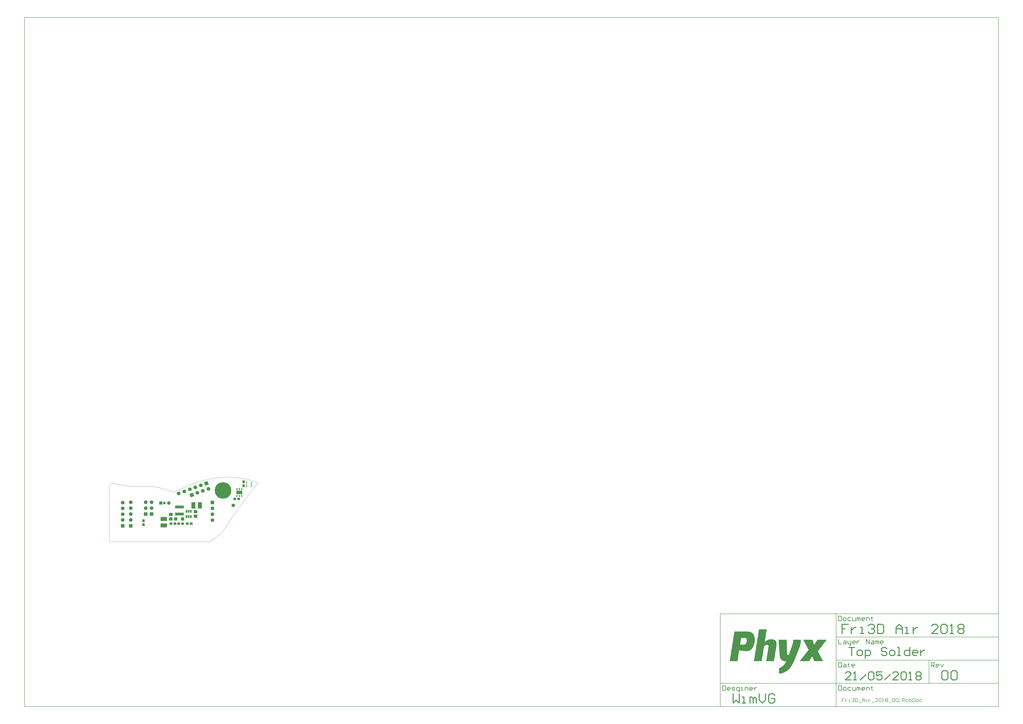
<source format=gts>
G04*
G04 #@! TF.GenerationSoftware,Altium Limited,Altium Designer,18.1.6 (161)*
G04*
G04 Layer_Color=8388736*
%FSLAX25Y25*%
%MOIN*%
G70*
G01*
G75*
%ADD10C,0.00984*%
%ADD11C,0.00787*%
%ADD13C,0.00394*%
%ADD14C,0.01575*%
%ADD32R,0.14961X0.04724*%
%ADD33R,0.04724X0.04331*%
%ADD34R,0.06299X0.05512*%
%ADD35R,0.06693X0.11024*%
%ADD36R,0.02756X0.04921*%
%ADD37R,0.04331X0.04724*%
%ADD38R,0.09843X0.06299*%
%ADD39R,0.01968X0.03150*%
%ADD40R,0.02362X0.01772*%
%ADD41R,0.05315X0.05197*%
%ADD42R,0.11024X0.06693*%
%ADD43R,0.04331X0.04331*%
G04:AMPARAMS|DCode=44|XSize=43.31mil|YSize=43.31mil|CornerRadius=11.81mil|HoleSize=0mil|Usage=FLASHONLY|Rotation=0.000|XOffset=0mil|YOffset=0mil|HoleType=Round|Shape=RoundedRectangle|*
%AMROUNDEDRECTD44*
21,1,0.04331,0.01968,0,0,0.0*
21,1,0.01968,0.04331,0,0,0.0*
1,1,0.02362,0.00984,-0.00984*
1,1,0.02362,-0.00984,-0.00984*
1,1,0.02362,-0.00984,0.00984*
1,1,0.02362,0.00984,0.00984*
%
%ADD44ROUNDEDRECTD44*%
G04:AMPARAMS|DCode=45|XSize=53.15mil|YSize=53.15mil|CornerRadius=14.27mil|HoleSize=0mil|Usage=FLASHONLY|Rotation=0.000|XOffset=0mil|YOffset=0mil|HoleType=Round|Shape=RoundedRectangle|*
%AMROUNDEDRECTD45*
21,1,0.05315,0.02461,0,0,0.0*
21,1,0.02461,0.05315,0,0,0.0*
1,1,0.02854,0.01230,-0.01230*
1,1,0.02854,-0.01230,-0.01230*
1,1,0.02854,-0.01230,0.01230*
1,1,0.02854,0.01230,0.01230*
%
%ADD45ROUNDEDRECTD45*%
%ADD46R,0.05315X0.05315*%
%ADD47C,0.06299*%
%ADD48R,0.06299X0.06299*%
%ADD49C,0.05906*%
%ADD50P,0.08908X4X65.0*%
%ADD51C,0.27953*%
G36*
X913926Y-152365D02*
X915644D01*
Y-152651D01*
X916503D01*
Y-152937D01*
X917362D01*
Y-153224D01*
X918221D01*
Y-153510D01*
X918793D01*
Y-153796D01*
X919080D01*
Y-154083D01*
X919652D01*
Y-154369D01*
X919939D01*
Y-154655D01*
X920511D01*
Y-154942D01*
X920798D01*
Y-155228D01*
X921084D01*
Y-155514D01*
X921370D01*
Y-155801D01*
X921657D01*
Y-156087D01*
X921943D01*
Y-156373D01*
X922229D01*
Y-156659D01*
Y-156946D01*
X922515D01*
Y-157232D01*
X922802D01*
Y-157518D01*
Y-157805D01*
X923088D01*
Y-158091D01*
X923374D01*
Y-158377D01*
Y-158664D01*
X923661D01*
Y-158950D01*
Y-159236D01*
Y-159523D01*
X923947D01*
Y-159809D01*
Y-160095D01*
Y-160382D01*
X924233D01*
Y-160668D01*
Y-160954D01*
Y-161240D01*
Y-161527D01*
X924520D01*
Y-161813D01*
Y-162100D01*
Y-162386D01*
Y-162672D01*
Y-162958D01*
X924806D01*
Y-163245D01*
Y-163531D01*
Y-163817D01*
Y-164104D01*
Y-164390D01*
Y-164676D01*
Y-164963D01*
Y-165249D01*
Y-165535D01*
Y-165822D01*
Y-166108D01*
Y-166394D01*
Y-166681D01*
Y-166967D01*
Y-167253D01*
Y-167539D01*
Y-167826D01*
Y-168112D01*
Y-168398D01*
Y-168685D01*
X924520D01*
Y-168971D01*
Y-169257D01*
Y-169544D01*
Y-169830D01*
Y-170116D01*
Y-170403D01*
Y-170689D01*
X924233D01*
Y-170975D01*
Y-171262D01*
Y-171548D01*
Y-171834D01*
Y-172120D01*
X923947D01*
Y-172407D01*
Y-172693D01*
Y-172979D01*
Y-173266D01*
Y-173552D01*
X923661D01*
Y-173838D01*
Y-174125D01*
Y-174411D01*
X923374D01*
Y-174697D01*
Y-174984D01*
Y-175270D01*
Y-175556D01*
X923088D01*
Y-175842D01*
Y-176129D01*
Y-176415D01*
X922802D01*
Y-176701D01*
Y-176988D01*
X922515D01*
Y-177274D01*
Y-177560D01*
Y-177847D01*
X922229D01*
Y-178133D01*
Y-178419D01*
X921943D01*
Y-178706D01*
Y-178992D01*
X921657D01*
Y-179278D01*
Y-179565D01*
X921370D01*
Y-179851D01*
X921084D01*
Y-180137D01*
Y-180423D01*
X920798D01*
Y-180710D01*
X920511D01*
Y-180996D01*
X920225D01*
Y-181282D01*
Y-181569D01*
X919939D01*
Y-181855D01*
X919652D01*
Y-182141D01*
X919366D01*
Y-182428D01*
X919080D01*
Y-182714D01*
X918793D01*
Y-183000D01*
X918221D01*
Y-183287D01*
X917934D01*
Y-183573D01*
X917362D01*
Y-183859D01*
X917076D01*
Y-184146D01*
X916503D01*
Y-184432D01*
X915644D01*
Y-184718D01*
X914785D01*
Y-185004D01*
X913926D01*
Y-185291D01*
X912208D01*
Y-185577D01*
X907055D01*
Y-185291D01*
X904478D01*
Y-185004D01*
X902474D01*
Y-184718D01*
X901042D01*
Y-184432D01*
X899610D01*
Y-184146D01*
X898179D01*
Y-184432D01*
Y-184718D01*
Y-185004D01*
Y-185291D01*
Y-185577D01*
Y-185863D01*
Y-186150D01*
X897892D01*
Y-186436D01*
Y-186722D01*
Y-187009D01*
Y-187295D01*
Y-187581D01*
Y-187868D01*
X897606D01*
Y-188154D01*
Y-188440D01*
Y-188727D01*
Y-189013D01*
Y-189299D01*
Y-189585D01*
X897320D01*
Y-189872D01*
Y-190158D01*
Y-190444D01*
Y-190731D01*
Y-191017D01*
Y-191303D01*
Y-191590D01*
X897034D01*
Y-191876D01*
Y-192162D01*
Y-192449D01*
Y-192735D01*
Y-193021D01*
Y-193308D01*
X896747D01*
Y-193594D01*
Y-193880D01*
Y-194167D01*
Y-194453D01*
Y-194739D01*
Y-195025D01*
X896461D01*
Y-195312D01*
Y-195598D01*
Y-195884D01*
Y-196171D01*
Y-196457D01*
Y-196743D01*
Y-197030D01*
X896175D01*
Y-197316D01*
Y-197602D01*
Y-197889D01*
Y-198175D01*
Y-198461D01*
Y-198748D01*
X895888D01*
Y-199034D01*
Y-199320D01*
Y-199606D01*
Y-199893D01*
Y-200179D01*
Y-200465D01*
X895602D01*
Y-200752D01*
Y-201038D01*
Y-201324D01*
Y-201611D01*
Y-201897D01*
Y-202183D01*
Y-202470D01*
X882145D01*
Y-202183D01*
X882432D01*
Y-201897D01*
Y-201611D01*
Y-201324D01*
Y-201038D01*
Y-200752D01*
X882718D01*
Y-200465D01*
Y-200179D01*
Y-199893D01*
Y-199606D01*
Y-199320D01*
Y-199034D01*
Y-198748D01*
X883004D01*
Y-198461D01*
Y-198175D01*
Y-197889D01*
Y-197602D01*
Y-197316D01*
Y-197030D01*
X883291D01*
Y-196743D01*
Y-196457D01*
Y-196171D01*
Y-195884D01*
Y-195598D01*
Y-195312D01*
X883577D01*
Y-195025D01*
Y-194739D01*
Y-194453D01*
Y-194167D01*
Y-193880D01*
Y-193594D01*
Y-193308D01*
X883863D01*
Y-193021D01*
Y-192735D01*
Y-192449D01*
Y-192162D01*
Y-191876D01*
Y-191590D01*
X884149D01*
Y-191303D01*
Y-191017D01*
Y-190731D01*
Y-190444D01*
Y-190158D01*
Y-189872D01*
X884436D01*
Y-189585D01*
Y-189299D01*
Y-189013D01*
Y-188727D01*
Y-188440D01*
Y-188154D01*
X884722D01*
Y-187868D01*
Y-187581D01*
Y-187295D01*
Y-187009D01*
Y-186722D01*
Y-186436D01*
Y-186150D01*
X885009D01*
Y-185863D01*
Y-185577D01*
Y-185291D01*
Y-185004D01*
Y-184718D01*
Y-184432D01*
X885295D01*
Y-184146D01*
Y-183859D01*
Y-183573D01*
Y-183287D01*
Y-183000D01*
Y-182714D01*
X885581D01*
Y-182428D01*
Y-182141D01*
Y-181855D01*
Y-181569D01*
Y-181282D01*
Y-180996D01*
X885867D01*
Y-180710D01*
Y-180423D01*
Y-180137D01*
Y-179851D01*
Y-179565D01*
Y-179278D01*
Y-178992D01*
X886154D01*
Y-178706D01*
Y-178419D01*
Y-178133D01*
Y-177847D01*
Y-177560D01*
Y-177274D01*
X886440D01*
Y-176988D01*
Y-176701D01*
Y-176415D01*
Y-176129D01*
Y-175842D01*
Y-175556D01*
X886726D01*
Y-175270D01*
Y-174984D01*
Y-174697D01*
Y-174411D01*
Y-174125D01*
Y-173838D01*
Y-173552D01*
X887013D01*
Y-173266D01*
Y-172979D01*
Y-172693D01*
Y-172407D01*
Y-172120D01*
Y-171834D01*
X887299D01*
Y-171548D01*
Y-171262D01*
Y-170975D01*
Y-170689D01*
Y-170403D01*
Y-170116D01*
X887585D01*
Y-169830D01*
Y-169544D01*
Y-169257D01*
Y-168971D01*
Y-168685D01*
Y-168398D01*
X887872D01*
Y-168112D01*
Y-167826D01*
Y-167539D01*
Y-167253D01*
Y-166967D01*
Y-166681D01*
Y-166394D01*
X888158D01*
Y-166108D01*
Y-165822D01*
Y-165535D01*
Y-165249D01*
Y-164963D01*
Y-164676D01*
X888444D01*
Y-164390D01*
Y-164104D01*
Y-163817D01*
Y-163531D01*
Y-163245D01*
Y-162958D01*
X888731D01*
Y-162672D01*
Y-162386D01*
Y-162100D01*
Y-161813D01*
Y-161527D01*
Y-161240D01*
Y-160954D01*
X889017D01*
Y-160668D01*
Y-160382D01*
Y-160095D01*
Y-159809D01*
Y-159523D01*
Y-159236D01*
X889303D01*
Y-158950D01*
Y-158664D01*
Y-158377D01*
Y-158091D01*
Y-157805D01*
Y-157518D01*
X889590D01*
Y-157232D01*
Y-156946D01*
Y-156659D01*
Y-156373D01*
Y-156087D01*
Y-155801D01*
Y-155514D01*
X889876D01*
Y-155228D01*
Y-154942D01*
Y-154655D01*
Y-154369D01*
Y-154083D01*
Y-153796D01*
X890162D01*
Y-153510D01*
Y-153224D01*
Y-152937D01*
Y-152651D01*
Y-152365D01*
Y-152078D01*
X913926D01*
Y-152365D01*
D02*
G37*
G36*
X945134Y-148929D02*
Y-149215D01*
X944848D01*
Y-149502D01*
Y-149788D01*
Y-150074D01*
Y-150361D01*
Y-150647D01*
Y-150933D01*
X944561D01*
Y-151220D01*
Y-151506D01*
Y-151792D01*
Y-152078D01*
Y-152365D01*
Y-152651D01*
X944275D01*
Y-152937D01*
Y-153224D01*
Y-153510D01*
Y-153796D01*
Y-154083D01*
Y-154369D01*
Y-154655D01*
X943989D01*
Y-154942D01*
Y-155228D01*
Y-155514D01*
Y-155801D01*
Y-156087D01*
Y-156373D01*
X943703D01*
Y-156659D01*
Y-156946D01*
Y-157232D01*
Y-157518D01*
Y-157805D01*
Y-158091D01*
X943416D01*
Y-158377D01*
Y-158664D01*
Y-158950D01*
Y-159236D01*
Y-159523D01*
Y-159809D01*
Y-160095D01*
X943130D01*
Y-160382D01*
Y-160668D01*
Y-160954D01*
Y-161240D01*
Y-161527D01*
Y-161813D01*
X942844D01*
Y-162100D01*
Y-162386D01*
Y-162672D01*
Y-162958D01*
Y-163245D01*
Y-163531D01*
X942557D01*
Y-163817D01*
Y-164104D01*
Y-164390D01*
Y-164676D01*
Y-164963D01*
Y-165249D01*
X942271D01*
Y-165535D01*
Y-165822D01*
Y-166108D01*
Y-166394D01*
Y-166681D01*
Y-166967D01*
Y-167253D01*
X941985D01*
Y-167539D01*
Y-167826D01*
Y-168112D01*
Y-168398D01*
Y-168685D01*
Y-168971D01*
X941698D01*
Y-169257D01*
Y-169544D01*
X942271D01*
Y-169257D01*
X942557D01*
Y-168971D01*
X942844D01*
Y-168685D01*
X943416D01*
Y-168398D01*
X943703D01*
Y-168112D01*
X943989D01*
Y-167826D01*
X944561D01*
Y-167539D01*
X945134D01*
Y-167253D01*
X945420D01*
Y-166967D01*
X945993D01*
Y-166681D01*
X946852D01*
Y-166394D01*
X947425D01*
Y-166108D01*
X948284D01*
Y-165822D01*
X949715D01*
Y-165535D01*
X956014D01*
Y-165822D01*
X957159D01*
Y-166108D01*
X958018D01*
Y-166394D01*
X958591D01*
Y-166681D01*
X958877D01*
Y-166967D01*
X959450D01*
Y-167253D01*
X959736D01*
Y-167539D01*
X960022D01*
Y-167826D01*
X960309D01*
Y-168112D01*
X960595D01*
Y-168398D01*
Y-168685D01*
X960881D01*
Y-168971D01*
Y-169257D01*
X961168D01*
Y-169544D01*
Y-169830D01*
Y-170116D01*
X961454D01*
Y-170403D01*
Y-170689D01*
Y-170975D01*
Y-171262D01*
X961740D01*
Y-171548D01*
Y-171834D01*
Y-172120D01*
Y-172407D01*
Y-172693D01*
Y-172979D01*
Y-173266D01*
Y-173552D01*
Y-173838D01*
Y-174125D01*
Y-174411D01*
Y-174697D01*
Y-174984D01*
Y-175270D01*
Y-175556D01*
Y-175842D01*
Y-176129D01*
Y-176415D01*
X961454D01*
Y-176701D01*
Y-176988D01*
Y-177274D01*
Y-177560D01*
Y-177847D01*
Y-178133D01*
Y-178419D01*
X961168D01*
Y-178706D01*
Y-178992D01*
Y-179278D01*
Y-179565D01*
Y-179851D01*
Y-180137D01*
Y-180423D01*
X960881D01*
Y-180710D01*
Y-180996D01*
Y-181282D01*
Y-181569D01*
Y-181855D01*
Y-182141D01*
X960595D01*
Y-182428D01*
Y-182714D01*
Y-183000D01*
Y-183287D01*
Y-183573D01*
Y-183859D01*
X960309D01*
Y-184146D01*
Y-184432D01*
Y-184718D01*
Y-185004D01*
Y-185291D01*
Y-185577D01*
X960022D01*
Y-185863D01*
Y-186150D01*
Y-186436D01*
Y-186722D01*
Y-187009D01*
Y-187295D01*
Y-187581D01*
X959736D01*
Y-187868D01*
Y-188154D01*
Y-188440D01*
Y-188727D01*
Y-189013D01*
Y-189299D01*
X959450D01*
Y-189585D01*
Y-189872D01*
Y-190158D01*
Y-190444D01*
Y-190731D01*
Y-191017D01*
X959163D01*
Y-191303D01*
Y-191590D01*
Y-191876D01*
Y-192162D01*
Y-192449D01*
Y-192735D01*
Y-193021D01*
X958877D01*
Y-193308D01*
Y-193594D01*
Y-193880D01*
Y-194167D01*
Y-194453D01*
Y-194739D01*
X958591D01*
Y-195025D01*
Y-195312D01*
Y-195598D01*
Y-195884D01*
Y-196171D01*
Y-196457D01*
X958305D01*
Y-196743D01*
Y-197030D01*
Y-197316D01*
Y-197602D01*
Y-197889D01*
Y-198175D01*
X958018D01*
Y-198461D01*
Y-198748D01*
Y-199034D01*
Y-199320D01*
Y-199606D01*
Y-199893D01*
Y-200179D01*
X957732D01*
Y-200465D01*
Y-200752D01*
Y-201038D01*
Y-201324D01*
Y-201611D01*
Y-201897D01*
X957446D01*
Y-202183D01*
Y-202470D01*
X944275D01*
Y-202183D01*
Y-201897D01*
X944561D01*
Y-201611D01*
Y-201324D01*
Y-201038D01*
Y-200752D01*
Y-200465D01*
Y-200179D01*
X944848D01*
Y-199893D01*
Y-199606D01*
Y-199320D01*
Y-199034D01*
Y-198748D01*
Y-198461D01*
Y-198175D01*
X945134D01*
Y-197889D01*
Y-197602D01*
Y-197316D01*
Y-197030D01*
Y-196743D01*
Y-196457D01*
X945420D01*
Y-196171D01*
Y-195884D01*
Y-195598D01*
Y-195312D01*
Y-195025D01*
Y-194739D01*
X945707D01*
Y-194453D01*
Y-194167D01*
Y-193880D01*
Y-193594D01*
Y-193308D01*
Y-193021D01*
Y-192735D01*
X945993D01*
Y-192449D01*
Y-192162D01*
Y-191876D01*
Y-191590D01*
Y-191303D01*
Y-191017D01*
X946279D01*
Y-190731D01*
Y-190444D01*
Y-190158D01*
Y-189872D01*
Y-189585D01*
Y-189299D01*
Y-189013D01*
X946566D01*
Y-188727D01*
Y-188440D01*
Y-188154D01*
Y-187868D01*
Y-187581D01*
Y-187295D01*
X946852D01*
Y-187009D01*
Y-186722D01*
Y-186436D01*
Y-186150D01*
Y-185863D01*
Y-185577D01*
X947138D01*
Y-185291D01*
Y-185004D01*
Y-184718D01*
Y-184432D01*
Y-184146D01*
Y-183859D01*
X947425D01*
Y-183573D01*
Y-183287D01*
Y-183000D01*
Y-182714D01*
Y-182428D01*
Y-182141D01*
Y-181855D01*
X947711D01*
Y-181569D01*
Y-181282D01*
Y-180996D01*
Y-180710D01*
Y-180423D01*
Y-180137D01*
X947997D01*
Y-179851D01*
Y-179565D01*
Y-179278D01*
Y-178992D01*
Y-178706D01*
Y-178419D01*
Y-178133D01*
X948284D01*
Y-177847D01*
Y-177560D01*
Y-177274D01*
Y-176988D01*
Y-176701D01*
Y-176415D01*
X947997D01*
Y-176129D01*
Y-175842D01*
X947711D01*
Y-175556D01*
X947425D01*
Y-175270D01*
X946852D01*
Y-174984D01*
X945134D01*
Y-175270D01*
X943703D01*
Y-175556D01*
X942844D01*
Y-175842D01*
X942271D01*
Y-176129D01*
X941985D01*
Y-176415D01*
X941412D01*
Y-176701D01*
X941126D01*
Y-176988D01*
X940839D01*
Y-177274D01*
Y-177560D01*
X940553D01*
Y-177847D01*
Y-178133D01*
Y-178419D01*
X940267D01*
Y-178706D01*
Y-178992D01*
Y-179278D01*
Y-179565D01*
Y-179851D01*
Y-180137D01*
X939981D01*
Y-180423D01*
Y-180710D01*
Y-180996D01*
Y-181282D01*
Y-181569D01*
Y-181855D01*
Y-182141D01*
X939694D01*
Y-182428D01*
Y-182714D01*
Y-183000D01*
Y-183287D01*
Y-183573D01*
Y-183859D01*
X939408D01*
Y-184146D01*
Y-184432D01*
Y-184718D01*
Y-185004D01*
Y-185291D01*
Y-185577D01*
X939122D01*
Y-185863D01*
Y-186150D01*
Y-186436D01*
Y-186722D01*
Y-187009D01*
Y-187295D01*
X938835D01*
Y-187581D01*
Y-187868D01*
Y-188154D01*
Y-188440D01*
Y-188727D01*
Y-189013D01*
Y-189299D01*
X938549D01*
Y-189585D01*
Y-189872D01*
Y-190158D01*
Y-190444D01*
Y-190731D01*
Y-191017D01*
X938263D01*
Y-191303D01*
Y-191590D01*
Y-191876D01*
Y-192162D01*
Y-192449D01*
Y-192735D01*
X937976D01*
Y-193021D01*
Y-193308D01*
Y-193594D01*
Y-193880D01*
Y-194167D01*
Y-194453D01*
Y-194739D01*
X937690D01*
Y-195025D01*
Y-195312D01*
Y-195598D01*
Y-195884D01*
Y-196171D01*
Y-196457D01*
X937404D01*
Y-196743D01*
Y-197030D01*
Y-197316D01*
Y-197602D01*
Y-197889D01*
Y-198175D01*
X937117D01*
Y-198461D01*
Y-198748D01*
Y-199034D01*
Y-199320D01*
Y-199606D01*
Y-199893D01*
X936831D01*
Y-200179D01*
Y-200465D01*
Y-200752D01*
Y-201038D01*
Y-201324D01*
Y-201611D01*
Y-201897D01*
X936545D01*
Y-202183D01*
Y-202470D01*
X923374D01*
Y-202183D01*
Y-201897D01*
X923661D01*
Y-201611D01*
Y-201324D01*
Y-201038D01*
Y-200752D01*
Y-200465D01*
Y-200179D01*
Y-199893D01*
X923947D01*
Y-199606D01*
Y-199320D01*
Y-199034D01*
Y-198748D01*
Y-198461D01*
Y-198175D01*
X924233D01*
Y-197889D01*
Y-197602D01*
Y-197316D01*
Y-197030D01*
Y-196743D01*
Y-196457D01*
X924520D01*
Y-196171D01*
Y-195884D01*
Y-195598D01*
Y-195312D01*
Y-195025D01*
Y-194739D01*
Y-194453D01*
X924806D01*
Y-194167D01*
Y-193880D01*
Y-193594D01*
Y-193308D01*
Y-193021D01*
Y-192735D01*
X925092D01*
Y-192449D01*
Y-192162D01*
Y-191876D01*
Y-191590D01*
Y-191303D01*
Y-191017D01*
X925379D01*
Y-190731D01*
Y-190444D01*
Y-190158D01*
Y-189872D01*
Y-189585D01*
Y-189299D01*
X925665D01*
Y-189013D01*
Y-188727D01*
Y-188440D01*
Y-188154D01*
Y-187868D01*
Y-187581D01*
Y-187295D01*
X925951D01*
Y-187009D01*
Y-186722D01*
Y-186436D01*
Y-186150D01*
Y-185863D01*
Y-185577D01*
X926237D01*
Y-185291D01*
Y-185004D01*
Y-184718D01*
Y-184432D01*
Y-184146D01*
Y-183859D01*
X926524D01*
Y-183573D01*
Y-183287D01*
Y-183000D01*
Y-182714D01*
Y-182428D01*
Y-182141D01*
Y-181855D01*
X926810D01*
Y-181569D01*
Y-181282D01*
Y-180996D01*
Y-180710D01*
Y-180423D01*
Y-180137D01*
X927096D01*
Y-179851D01*
Y-179565D01*
Y-179278D01*
Y-178992D01*
Y-178706D01*
Y-178419D01*
X927383D01*
Y-178133D01*
Y-177847D01*
Y-177560D01*
Y-177274D01*
Y-176988D01*
Y-176701D01*
X927669D01*
Y-176415D01*
Y-176129D01*
Y-175842D01*
Y-175556D01*
Y-175270D01*
Y-174984D01*
Y-174697D01*
X927955D01*
Y-174411D01*
Y-174125D01*
Y-173838D01*
Y-173552D01*
Y-173266D01*
Y-172979D01*
X928242D01*
Y-172693D01*
Y-172407D01*
Y-172120D01*
Y-171834D01*
Y-171548D01*
Y-171262D01*
X928528D01*
Y-170975D01*
Y-170689D01*
Y-170403D01*
Y-170116D01*
Y-169830D01*
Y-169544D01*
X928814D01*
Y-169257D01*
Y-168971D01*
Y-168685D01*
Y-168398D01*
Y-168112D01*
Y-167826D01*
Y-167539D01*
X929101D01*
Y-167253D01*
Y-166967D01*
Y-166681D01*
Y-166394D01*
Y-166108D01*
Y-165822D01*
X929387D01*
Y-165535D01*
Y-165249D01*
Y-164963D01*
Y-164676D01*
Y-164390D01*
Y-164104D01*
X929673D01*
Y-163817D01*
Y-163531D01*
Y-163245D01*
Y-162958D01*
Y-162672D01*
Y-162386D01*
Y-162100D01*
X929960D01*
Y-161813D01*
Y-161527D01*
Y-161240D01*
Y-160954D01*
Y-160668D01*
Y-160382D01*
X930246D01*
Y-160095D01*
Y-159809D01*
Y-159523D01*
Y-159236D01*
Y-158950D01*
Y-158664D01*
X930532D01*
Y-158377D01*
Y-158091D01*
Y-157805D01*
Y-157518D01*
Y-157232D01*
Y-156946D01*
X930818D01*
Y-156659D01*
Y-156373D01*
Y-156087D01*
Y-155801D01*
Y-155514D01*
Y-155228D01*
Y-154942D01*
X931105D01*
Y-154655D01*
Y-154369D01*
Y-154083D01*
Y-153796D01*
Y-153510D01*
Y-153224D01*
X931391D01*
Y-152937D01*
Y-152651D01*
Y-152365D01*
Y-152078D01*
Y-151792D01*
Y-151506D01*
X931678D01*
Y-151220D01*
Y-150933D01*
Y-150647D01*
Y-150361D01*
Y-150074D01*
Y-149788D01*
Y-149502D01*
X931964D01*
Y-149215D01*
Y-148929D01*
Y-148643D01*
X945134D01*
Y-148929D01*
D02*
G37*
G36*
X1047062Y-166394D02*
X1046775D01*
Y-166681D01*
X1046489D01*
Y-166967D01*
Y-167253D01*
X1046203D01*
Y-167539D01*
X1045916D01*
Y-167826D01*
X1045630D01*
Y-168112D01*
Y-168398D01*
X1045344D01*
Y-168685D01*
X1045057D01*
Y-168971D01*
X1044771D01*
Y-169257D01*
X1044485D01*
Y-169544D01*
Y-169830D01*
X1044198D01*
Y-170116D01*
X1043912D01*
Y-170403D01*
X1043626D01*
Y-170689D01*
Y-170975D01*
X1043340D01*
Y-171262D01*
X1043053D01*
Y-171548D01*
X1042767D01*
Y-171834D01*
X1042480D01*
Y-172120D01*
Y-172407D01*
X1042194D01*
Y-172693D01*
X1041908D01*
Y-172979D01*
X1041622D01*
Y-173266D01*
Y-173552D01*
X1041335D01*
Y-173838D01*
X1041049D01*
Y-174125D01*
X1040763D01*
Y-174411D01*
Y-174697D01*
X1040476D01*
Y-174984D01*
X1040190D01*
Y-175270D01*
X1039904D01*
Y-175556D01*
X1039617D01*
Y-175842D01*
Y-176129D01*
X1039331D01*
Y-176415D01*
X1039045D01*
Y-176701D01*
X1038758D01*
Y-176988D01*
Y-177274D01*
X1038472D01*
Y-177560D01*
X1038186D01*
Y-177847D01*
X1037899D01*
Y-178133D01*
Y-178419D01*
X1037613D01*
Y-178706D01*
X1037327D01*
Y-178992D01*
X1037041D01*
Y-179278D01*
X1036754D01*
Y-179565D01*
Y-179851D01*
X1036468D01*
Y-180137D01*
X1036182D01*
Y-180423D01*
X1035895D01*
Y-180710D01*
Y-180996D01*
X1035609D01*
Y-181282D01*
X1035323D01*
Y-181569D01*
X1035036D01*
Y-181855D01*
Y-182141D01*
X1034750D01*
Y-182428D01*
X1034464D01*
Y-182714D01*
X1034177D01*
Y-183000D01*
X1033891D01*
Y-183287D01*
Y-183573D01*
X1033605D01*
Y-183859D01*
X1033319D01*
Y-184146D01*
X1033032D01*
Y-184432D01*
Y-184718D01*
X1032746D01*
Y-185004D01*
X1032460D01*
Y-185291D01*
X1032173D01*
Y-185577D01*
X1031887D01*
Y-185863D01*
Y-186150D01*
X1032173D01*
Y-186436D01*
Y-186722D01*
X1032460D01*
Y-187009D01*
Y-187295D01*
X1032746D01*
Y-187581D01*
X1033032D01*
Y-187868D01*
Y-188154D01*
X1033319D01*
Y-188440D01*
Y-188727D01*
X1033605D01*
Y-189013D01*
Y-189299D01*
X1033891D01*
Y-189585D01*
Y-189872D01*
X1034177D01*
Y-190158D01*
Y-190444D01*
X1034464D01*
Y-190731D01*
Y-191017D01*
X1034750D01*
Y-191303D01*
Y-191590D01*
X1035036D01*
Y-191876D01*
Y-192162D01*
X1035323D01*
Y-192449D01*
X1035609D01*
Y-192735D01*
Y-193021D01*
X1035895D01*
Y-193308D01*
Y-193594D01*
X1036182D01*
Y-193880D01*
Y-194167D01*
X1036468D01*
Y-194453D01*
Y-194739D01*
X1036754D01*
Y-195025D01*
Y-195312D01*
X1037041D01*
Y-195598D01*
Y-195884D01*
X1037327D01*
Y-196171D01*
Y-196457D01*
X1037613D01*
Y-196743D01*
X1037899D01*
Y-197030D01*
Y-197316D01*
X1038186D01*
Y-197602D01*
Y-197889D01*
X1038472D01*
Y-198175D01*
Y-198461D01*
X1038758D01*
Y-198748D01*
Y-199034D01*
X1039045D01*
Y-199320D01*
Y-199606D01*
X1039331D01*
Y-199893D01*
Y-200179D01*
X1039617D01*
Y-200465D01*
Y-200752D01*
X1039904D01*
Y-201038D01*
X1040190D01*
Y-201324D01*
Y-201611D01*
X1040476D01*
Y-201897D01*
Y-202183D01*
X1040763D01*
Y-202470D01*
X1025588D01*
Y-202183D01*
X1025302D01*
Y-201897D01*
Y-201611D01*
Y-201324D01*
X1025016D01*
Y-201038D01*
Y-200752D01*
Y-200465D01*
X1024729D01*
Y-200179D01*
Y-199893D01*
X1024443D01*
Y-199606D01*
Y-199320D01*
Y-199034D01*
X1024156D01*
Y-198748D01*
Y-198461D01*
Y-198175D01*
X1023870D01*
Y-197889D01*
Y-197602D01*
X1023584D01*
Y-197316D01*
Y-197030D01*
Y-196743D01*
X1023298D01*
Y-196457D01*
Y-196171D01*
Y-195884D01*
X1023011D01*
Y-195598D01*
Y-195312D01*
Y-195025D01*
X1022725D01*
Y-194739D01*
X1022152D01*
Y-195025D01*
Y-195312D01*
X1021866D01*
Y-195598D01*
X1021580D01*
Y-195884D01*
Y-196171D01*
X1021293D01*
Y-196457D01*
X1021007D01*
Y-196743D01*
Y-197030D01*
X1020721D01*
Y-197316D01*
X1020434D01*
Y-197602D01*
Y-197889D01*
X1020148D01*
Y-198175D01*
X1019862D01*
Y-198461D01*
X1019576D01*
Y-198748D01*
Y-199034D01*
X1019289D01*
Y-199320D01*
X1019003D01*
Y-199606D01*
Y-199893D01*
X1018717D01*
Y-200179D01*
X1018430D01*
Y-200465D01*
Y-200752D01*
X1018144D01*
Y-201038D01*
X1017858D01*
Y-201324D01*
Y-201611D01*
X1017571D01*
Y-201897D01*
X1017285D01*
Y-202183D01*
Y-202470D01*
X1001252D01*
Y-202183D01*
X1001538D01*
Y-201897D01*
X1001824D01*
Y-201611D01*
X1002110D01*
Y-201324D01*
X1002397D01*
Y-201038D01*
Y-200752D01*
X1002683D01*
Y-200465D01*
X1002969D01*
Y-200179D01*
X1003256D01*
Y-199893D01*
X1003542D01*
Y-199606D01*
Y-199320D01*
X1003828D01*
Y-199034D01*
X1004115D01*
Y-198748D01*
X1004401D01*
Y-198461D01*
Y-198175D01*
X1004687D01*
Y-197889D01*
X1004974D01*
Y-197602D01*
X1005260D01*
Y-197316D01*
X1005546D01*
Y-197030D01*
Y-196743D01*
X1005832D01*
Y-196457D01*
X1006119D01*
Y-196171D01*
X1006405D01*
Y-195884D01*
X1006691D01*
Y-195598D01*
Y-195312D01*
X1006978D01*
Y-195025D01*
X1007264D01*
Y-194739D01*
X1007550D01*
Y-194453D01*
Y-194167D01*
X1007837D01*
Y-193880D01*
X1008123D01*
Y-193594D01*
X1008409D01*
Y-193308D01*
X1008696D01*
Y-193021D01*
Y-192735D01*
X1008982D01*
Y-192449D01*
X1009268D01*
Y-192162D01*
X1009555D01*
Y-191876D01*
Y-191590D01*
X1009841D01*
Y-191303D01*
X1010127D01*
Y-191017D01*
X1010413D01*
Y-190731D01*
X1010700D01*
Y-190444D01*
Y-190158D01*
X1010986D01*
Y-189872D01*
X1011272D01*
Y-189585D01*
X1011559D01*
Y-189299D01*
Y-189013D01*
X1011845D01*
Y-188727D01*
X1012131D01*
Y-188440D01*
X1012418D01*
Y-188154D01*
X1012704D01*
Y-187868D01*
Y-187581D01*
X1012990D01*
Y-187295D01*
X1013277D01*
Y-187009D01*
X1013563D01*
Y-186722D01*
X1013849D01*
Y-186436D01*
Y-186150D01*
X1014136D01*
Y-185863D01*
X1014422D01*
Y-185577D01*
X1014708D01*
Y-185291D01*
Y-185004D01*
X1014995D01*
Y-184718D01*
X1015281D01*
Y-184432D01*
X1015567D01*
Y-184146D01*
X1015853D01*
Y-183859D01*
Y-183573D01*
X1016140D01*
Y-183287D01*
Y-183000D01*
Y-182714D01*
X1015853D01*
Y-182428D01*
X1015567D01*
Y-182141D01*
Y-181855D01*
X1015281D01*
Y-181569D01*
Y-181282D01*
X1014995D01*
Y-180996D01*
Y-180710D01*
X1014708D01*
Y-180423D01*
Y-180137D01*
X1014422D01*
Y-179851D01*
Y-179565D01*
X1014136D01*
Y-179278D01*
Y-178992D01*
X1013849D01*
Y-178706D01*
X1013563D01*
Y-178419D01*
Y-178133D01*
X1013277D01*
Y-177847D01*
Y-177560D01*
X1012990D01*
Y-177274D01*
Y-176988D01*
X1012704D01*
Y-176701D01*
Y-176415D01*
X1012418D01*
Y-176129D01*
Y-175842D01*
X1012131D01*
Y-175556D01*
Y-175270D01*
X1011845D01*
Y-174984D01*
X1011559D01*
Y-174697D01*
Y-174411D01*
X1011272D01*
Y-174125D01*
Y-173838D01*
X1010986D01*
Y-173552D01*
Y-173266D01*
X1010700D01*
Y-172979D01*
Y-172693D01*
X1010413D01*
Y-172407D01*
Y-172120D01*
X1010127D01*
Y-171834D01*
Y-171548D01*
X1009841D01*
Y-171262D01*
Y-170975D01*
X1009555D01*
Y-170689D01*
X1009268D01*
Y-170403D01*
Y-170116D01*
X1008982D01*
Y-169830D01*
Y-169544D01*
X1008696D01*
Y-169257D01*
Y-168971D01*
X1008409D01*
Y-168685D01*
Y-168398D01*
X1008123D01*
Y-168112D01*
Y-167826D01*
X1007837D01*
Y-167539D01*
Y-167253D01*
X1007550D01*
Y-166967D01*
X1007264D01*
Y-166681D01*
Y-166394D01*
X1006978D01*
Y-166108D01*
X1022725D01*
Y-166394D01*
X1023011D01*
Y-166681D01*
Y-166967D01*
Y-167253D01*
X1023298D01*
Y-167539D01*
Y-167826D01*
Y-168112D01*
X1023584D01*
Y-168398D01*
Y-168685D01*
Y-168971D01*
X1023870D01*
Y-169257D01*
Y-169544D01*
Y-169830D01*
X1024156D01*
Y-170116D01*
Y-170403D01*
Y-170689D01*
X1024443D01*
Y-170975D01*
Y-171262D01*
Y-171548D01*
X1024729D01*
Y-171834D01*
Y-172120D01*
Y-172407D01*
X1025016D01*
Y-172693D01*
Y-172979D01*
Y-173266D01*
X1025302D01*
Y-173552D01*
Y-173838D01*
Y-174125D01*
Y-174411D01*
X1025874D01*
Y-174125D01*
X1026161D01*
Y-173838D01*
X1026447D01*
Y-173552D01*
Y-173266D01*
X1026733D01*
Y-172979D01*
X1027020D01*
Y-172693D01*
Y-172407D01*
X1027306D01*
Y-172120D01*
X1027592D01*
Y-171834D01*
Y-171548D01*
X1027879D01*
Y-171262D01*
X1028165D01*
Y-170975D01*
Y-170689D01*
X1028451D01*
Y-170403D01*
X1028738D01*
Y-170116D01*
Y-169830D01*
X1029024D01*
Y-169544D01*
X1029310D01*
Y-169257D01*
Y-168971D01*
X1029597D01*
Y-168685D01*
X1029883D01*
Y-168398D01*
Y-168112D01*
X1030169D01*
Y-167826D01*
X1030455D01*
Y-167539D01*
Y-167253D01*
X1030742D01*
Y-166967D01*
X1031028D01*
Y-166681D01*
Y-166394D01*
X1031314D01*
Y-166108D01*
X1047062D01*
Y-166394D01*
D02*
G37*
G36*
X1002969D02*
Y-166681D01*
Y-166967D01*
Y-167253D01*
Y-167539D01*
Y-167826D01*
Y-168112D01*
Y-168398D01*
Y-168685D01*
Y-168971D01*
Y-169257D01*
Y-169544D01*
Y-169830D01*
Y-170116D01*
Y-170403D01*
Y-170689D01*
Y-170975D01*
Y-171262D01*
Y-171548D01*
Y-171834D01*
Y-172120D01*
X1002683D01*
Y-172407D01*
Y-172693D01*
Y-172979D01*
Y-173266D01*
Y-173552D01*
X1002397D01*
Y-173838D01*
Y-174125D01*
Y-174411D01*
Y-174697D01*
X1002110D01*
Y-174984D01*
Y-175270D01*
Y-175556D01*
Y-175842D01*
X1001824D01*
Y-176129D01*
Y-176415D01*
Y-176701D01*
X1001538D01*
Y-176988D01*
Y-177274D01*
Y-177560D01*
X1001252D01*
Y-177847D01*
Y-178133D01*
Y-178419D01*
X1000965D01*
Y-178706D01*
Y-178992D01*
Y-179278D01*
X1000679D01*
Y-179565D01*
Y-179851D01*
X1000393D01*
Y-180137D01*
Y-180423D01*
X1000106D01*
Y-180710D01*
Y-180996D01*
Y-181282D01*
X999820D01*
Y-181569D01*
Y-181855D01*
X999534D01*
Y-182141D01*
Y-182428D01*
Y-182714D01*
X999247D01*
Y-183000D01*
Y-183287D01*
X998961D01*
Y-183573D01*
Y-183859D01*
Y-184146D01*
X998675D01*
Y-184432D01*
Y-184718D01*
X998388D01*
Y-185004D01*
Y-185291D01*
Y-185577D01*
X998102D01*
Y-185863D01*
Y-186150D01*
X997816D01*
Y-186436D01*
Y-186722D01*
Y-187009D01*
X997529D01*
Y-187295D01*
Y-187581D01*
X997243D01*
Y-187868D01*
Y-188154D01*
Y-188440D01*
X996957D01*
Y-188727D01*
Y-189013D01*
X996671D01*
Y-189299D01*
Y-189585D01*
Y-189872D01*
X996384D01*
Y-190158D01*
Y-190444D01*
X996098D01*
Y-190731D01*
Y-191017D01*
Y-191303D01*
X995811D01*
Y-191590D01*
Y-191876D01*
X995525D01*
Y-192162D01*
Y-192449D01*
Y-192735D01*
X995239D01*
Y-193021D01*
Y-193308D01*
X994953D01*
Y-193594D01*
Y-193880D01*
Y-194167D01*
X994666D01*
Y-194453D01*
Y-194739D01*
X994380D01*
Y-195025D01*
Y-195312D01*
Y-195598D01*
X994094D01*
Y-195884D01*
Y-196171D01*
X993807D01*
Y-196457D01*
Y-196743D01*
Y-197030D01*
X993521D01*
Y-197316D01*
Y-197602D01*
X993235D01*
Y-197889D01*
Y-198175D01*
Y-198461D01*
X992948D01*
Y-198748D01*
Y-199034D01*
X992662D01*
Y-199320D01*
Y-199606D01*
Y-199893D01*
X992376D01*
Y-200179D01*
Y-200465D01*
X992089D01*
Y-200752D01*
Y-201038D01*
Y-201324D01*
X991803D01*
Y-201611D01*
Y-201897D01*
X991517D01*
Y-202183D01*
Y-202470D01*
Y-202756D01*
X991230D01*
Y-203042D01*
Y-203328D01*
X990944D01*
Y-203615D01*
Y-203901D01*
X990658D01*
Y-204187D01*
Y-204474D01*
X990372D01*
Y-204760D01*
Y-205046D01*
Y-205333D01*
X990085D01*
Y-205619D01*
X989799D01*
Y-205905D01*
Y-206192D01*
Y-206478D01*
X989513D01*
Y-206764D01*
X989226D01*
Y-207051D01*
Y-207337D01*
X988940D01*
Y-207623D01*
Y-207909D01*
X988654D01*
Y-208196D01*
Y-208482D01*
X988367D01*
Y-208769D01*
Y-209055D01*
X988081D01*
Y-209341D01*
X987795D01*
Y-209627D01*
Y-209914D01*
X987508D01*
Y-210200D01*
Y-210486D01*
X987222D01*
Y-210773D01*
X986936D01*
Y-211059D01*
X986650D01*
Y-211345D01*
Y-211632D01*
X986363D01*
Y-211918D01*
X986077D01*
Y-212204D01*
Y-212491D01*
X985791D01*
Y-212777D01*
X985504D01*
Y-213063D01*
X985218D01*
Y-213350D01*
Y-213636D01*
X984932D01*
Y-213922D01*
X984645D01*
Y-214208D01*
X984359D01*
Y-214495D01*
X984073D01*
Y-214781D01*
X983786D01*
Y-215067D01*
Y-215354D01*
X983500D01*
Y-215640D01*
X983214D01*
Y-215926D01*
X982928D01*
Y-216213D01*
X982641D01*
Y-216499D01*
X982355D01*
Y-216785D01*
X982069D01*
Y-217072D01*
X981782D01*
Y-217358D01*
X981210D01*
Y-217644D01*
X980923D01*
Y-217931D01*
X980637D01*
Y-218217D01*
X980351D01*
Y-218503D01*
X980064D01*
Y-218789D01*
X979492D01*
Y-219076D01*
X979205D01*
Y-219362D01*
X978633D01*
Y-219648D01*
X978347D01*
Y-219935D01*
X977774D01*
Y-220221D01*
X977487D01*
Y-220507D01*
X976915D01*
Y-220794D01*
X976342D01*
Y-221080D01*
X975770D01*
Y-221366D01*
X975197D01*
Y-221653D01*
X974624D01*
Y-221939D01*
X973765D01*
Y-222225D01*
X973193D01*
Y-222512D01*
X972334D01*
Y-222798D01*
X971189D01*
Y-223084D01*
X970043D01*
Y-223370D01*
X968326D01*
Y-223657D01*
X966321D01*
Y-223943D01*
X966035D01*
Y-223657D01*
Y-223370D01*
Y-223084D01*
Y-222798D01*
Y-222512D01*
Y-222225D01*
Y-221939D01*
Y-221653D01*
Y-221366D01*
Y-221080D01*
Y-220794D01*
Y-220507D01*
Y-220221D01*
Y-219935D01*
Y-219648D01*
Y-219362D01*
Y-219076D01*
Y-218789D01*
Y-218503D01*
Y-218217D01*
Y-217931D01*
Y-217644D01*
Y-217358D01*
Y-217072D01*
Y-216785D01*
Y-216499D01*
Y-216213D01*
Y-215926D01*
Y-215640D01*
Y-215354D01*
Y-215067D01*
Y-214781D01*
Y-214495D01*
X966608D01*
Y-214208D01*
X967180D01*
Y-213922D01*
X967753D01*
Y-213636D01*
X968326D01*
Y-213350D01*
X968898D01*
Y-213063D01*
X969471D01*
Y-212777D01*
X969757D01*
Y-212491D01*
X970330D01*
Y-212204D01*
X970616D01*
Y-211918D01*
X971189D01*
Y-211632D01*
X971475D01*
Y-211345D01*
X971761D01*
Y-211059D01*
X972334D01*
Y-210773D01*
X972620D01*
Y-210486D01*
X972906D01*
Y-210200D01*
X973193D01*
Y-209914D01*
X973479D01*
Y-209627D01*
X973765D01*
Y-209341D01*
X974052D01*
Y-209055D01*
X974338D01*
Y-208769D01*
X974624D01*
Y-208482D01*
X974911D01*
Y-208196D01*
X975197D01*
Y-207909D01*
X975483D01*
Y-207623D01*
Y-207337D01*
X975770D01*
Y-207051D01*
X976056D01*
Y-206764D01*
X976342D01*
Y-206478D01*
Y-206192D01*
X976629D01*
Y-205905D01*
X976915D01*
Y-205619D01*
Y-205333D01*
X977201D01*
Y-205046D01*
Y-204760D01*
X977487D01*
Y-204474D01*
X977774D01*
Y-204187D01*
Y-203901D01*
X978060D01*
Y-203615D01*
Y-203328D01*
X978347D01*
Y-203042D01*
Y-202756D01*
X976629D01*
Y-202470D01*
X974624D01*
Y-202183D01*
X973479D01*
Y-201897D01*
X972906D01*
Y-201611D01*
X972048D01*
Y-201324D01*
X971475D01*
Y-201038D01*
X971189D01*
Y-200752D01*
X970616D01*
Y-200465D01*
X970330D01*
Y-200179D01*
X970043D01*
Y-199893D01*
X969757D01*
Y-199606D01*
X969471D01*
Y-199320D01*
X969184D01*
Y-199034D01*
Y-198748D01*
X968898D01*
Y-198461D01*
X968612D01*
Y-198175D01*
Y-197889D01*
X968326D01*
Y-197602D01*
Y-197316D01*
X968039D01*
Y-197030D01*
Y-196743D01*
X967753D01*
Y-196457D01*
Y-196171D01*
Y-195884D01*
X967467D01*
Y-195598D01*
Y-195312D01*
Y-195025D01*
Y-194739D01*
X967180D01*
Y-194453D01*
Y-194167D01*
Y-193880D01*
Y-193594D01*
Y-193308D01*
Y-193021D01*
Y-192735D01*
X966894D01*
Y-192449D01*
Y-192162D01*
Y-191876D01*
Y-191590D01*
Y-191303D01*
Y-191017D01*
Y-190731D01*
Y-190444D01*
Y-190158D01*
Y-189872D01*
Y-189585D01*
Y-189299D01*
Y-189013D01*
Y-188727D01*
Y-188440D01*
X966608D01*
Y-188154D01*
Y-187868D01*
Y-187581D01*
Y-187295D01*
Y-187009D01*
Y-186722D01*
Y-186436D01*
Y-186150D01*
Y-185863D01*
Y-185577D01*
Y-185291D01*
Y-185004D01*
Y-184718D01*
Y-184432D01*
Y-184146D01*
X966321D01*
Y-183859D01*
Y-183573D01*
Y-183287D01*
Y-183000D01*
Y-182714D01*
Y-182428D01*
Y-182141D01*
Y-181855D01*
Y-181569D01*
Y-181282D01*
Y-180996D01*
Y-180710D01*
Y-180423D01*
Y-180137D01*
Y-179851D01*
Y-179565D01*
X966035D01*
Y-179278D01*
Y-178992D01*
Y-178706D01*
Y-178419D01*
Y-178133D01*
Y-177847D01*
Y-177560D01*
Y-177274D01*
Y-176988D01*
Y-176701D01*
Y-176415D01*
Y-176129D01*
Y-175842D01*
Y-175556D01*
Y-175270D01*
Y-174984D01*
X965749D01*
Y-174697D01*
Y-174411D01*
Y-174125D01*
Y-173838D01*
Y-173552D01*
Y-173266D01*
Y-172979D01*
Y-172693D01*
Y-172407D01*
Y-172120D01*
Y-171834D01*
Y-171548D01*
Y-171262D01*
Y-170975D01*
X965462D01*
Y-170689D01*
Y-170403D01*
Y-170116D01*
Y-169830D01*
Y-169544D01*
Y-169257D01*
Y-168971D01*
Y-168685D01*
Y-168398D01*
Y-168112D01*
Y-167826D01*
Y-167539D01*
Y-167253D01*
Y-166967D01*
Y-166681D01*
Y-166394D01*
X965176D01*
Y-166108D01*
X978919D01*
Y-166394D01*
Y-166681D01*
Y-166967D01*
Y-167253D01*
Y-167539D01*
Y-167826D01*
Y-168112D01*
Y-168398D01*
Y-168685D01*
Y-168971D01*
Y-169257D01*
Y-169544D01*
Y-169830D01*
Y-170116D01*
X979205D01*
Y-170403D01*
Y-170689D01*
Y-170975D01*
Y-171262D01*
Y-171548D01*
Y-171834D01*
Y-172120D01*
Y-172407D01*
Y-172693D01*
Y-172979D01*
Y-173266D01*
Y-173552D01*
Y-173838D01*
Y-174125D01*
Y-174411D01*
Y-174697D01*
Y-174984D01*
Y-175270D01*
Y-175556D01*
Y-175842D01*
Y-176129D01*
Y-176415D01*
Y-176701D01*
Y-176988D01*
Y-177274D01*
Y-177560D01*
Y-177847D01*
Y-178133D01*
Y-178419D01*
Y-178706D01*
Y-178992D01*
Y-179278D01*
Y-179565D01*
Y-179851D01*
Y-180137D01*
Y-180423D01*
Y-180710D01*
Y-180996D01*
Y-181282D01*
Y-181569D01*
Y-181855D01*
X979492D01*
Y-182141D01*
X979205D01*
Y-182428D01*
Y-182714D01*
X979492D01*
Y-183000D01*
Y-183287D01*
Y-183573D01*
Y-183859D01*
Y-184146D01*
Y-184432D01*
Y-184718D01*
Y-185004D01*
Y-185291D01*
Y-185577D01*
Y-185863D01*
Y-186150D01*
Y-186436D01*
Y-186722D01*
Y-187009D01*
Y-187295D01*
Y-187581D01*
Y-187868D01*
Y-188154D01*
Y-188440D01*
Y-188727D01*
Y-189013D01*
Y-189299D01*
Y-189585D01*
Y-189872D01*
Y-190158D01*
X979778D01*
Y-190444D01*
Y-190731D01*
Y-191017D01*
X980064D01*
Y-191303D01*
X980351D01*
Y-191590D01*
X980637D01*
Y-191876D01*
X981496D01*
Y-192162D01*
X982355D01*
Y-191876D01*
X982641D01*
Y-191590D01*
Y-191303D01*
Y-191017D01*
X982928D01*
Y-190731D01*
Y-190444D01*
X983214D01*
Y-190158D01*
Y-189872D01*
Y-189585D01*
X983500D01*
Y-189299D01*
Y-189013D01*
Y-188727D01*
X983786D01*
Y-188440D01*
Y-188154D01*
Y-187868D01*
X984073D01*
Y-187581D01*
Y-187295D01*
Y-187009D01*
X984359D01*
Y-186722D01*
Y-186436D01*
X984645D01*
Y-186150D01*
Y-185863D01*
Y-185577D01*
X984932D01*
Y-185291D01*
Y-185004D01*
Y-184718D01*
X985218D01*
Y-184432D01*
Y-184146D01*
Y-183859D01*
X985504D01*
Y-183573D01*
Y-183287D01*
X985791D01*
Y-183000D01*
Y-182714D01*
Y-182428D01*
X986077D01*
Y-182141D01*
Y-181855D01*
Y-181569D01*
X986363D01*
Y-181282D01*
Y-180996D01*
Y-180710D01*
X986650D01*
Y-180423D01*
Y-180137D01*
X986936D01*
Y-179851D01*
Y-179565D01*
Y-179278D01*
X987222D01*
Y-178992D01*
Y-178706D01*
Y-178419D01*
X987508D01*
Y-178133D01*
Y-177847D01*
Y-177560D01*
X987795D01*
Y-177274D01*
Y-176988D01*
X988081D01*
Y-176701D01*
Y-176415D01*
Y-176129D01*
X988367D01*
Y-175842D01*
Y-175556D01*
Y-175270D01*
X988654D01*
Y-174984D01*
Y-174697D01*
Y-174411D01*
X988940D01*
Y-174125D01*
Y-173838D01*
Y-173552D01*
Y-173266D01*
X989226D01*
Y-172979D01*
Y-172693D01*
Y-172407D01*
Y-172120D01*
X989513D01*
Y-171834D01*
Y-171548D01*
Y-171262D01*
Y-170975D01*
Y-170689D01*
X989799D01*
Y-170403D01*
Y-170116D01*
Y-169830D01*
Y-169544D01*
Y-169257D01*
Y-168971D01*
X990085D01*
Y-168685D01*
Y-168398D01*
Y-168112D01*
Y-167826D01*
Y-167539D01*
Y-167253D01*
Y-166967D01*
Y-166681D01*
Y-166394D01*
Y-166108D01*
X1002969D01*
Y-166394D01*
D02*
G37*
%LPC*%
G36*
X909631Y-163245D02*
X901615D01*
Y-163531D01*
Y-163817D01*
Y-164104D01*
Y-164390D01*
Y-164676D01*
X901328D01*
Y-164963D01*
Y-165249D01*
Y-165535D01*
Y-165822D01*
Y-166108D01*
Y-166394D01*
X901042D01*
Y-166681D01*
Y-166967D01*
Y-167253D01*
Y-167539D01*
Y-167826D01*
Y-168112D01*
X900756D01*
Y-168398D01*
Y-168685D01*
Y-168971D01*
Y-169257D01*
Y-169544D01*
Y-169830D01*
X900469D01*
Y-170116D01*
Y-170403D01*
Y-170689D01*
Y-170975D01*
Y-171262D01*
Y-171548D01*
Y-171834D01*
X900183D01*
Y-172120D01*
Y-172407D01*
Y-172693D01*
Y-172979D01*
Y-173266D01*
Y-173552D01*
X899897D01*
Y-173838D01*
Y-174125D01*
Y-174411D01*
X907055D01*
Y-174125D01*
X908200D01*
Y-173838D01*
X908772D01*
Y-173552D01*
X909059D01*
Y-173266D01*
X909345D01*
Y-172979D01*
X909631D01*
Y-172693D01*
X909918D01*
Y-172407D01*
Y-172120D01*
X910204D01*
Y-171834D01*
Y-171548D01*
X910490D01*
Y-171262D01*
Y-170975D01*
X910777D01*
Y-170689D01*
Y-170403D01*
Y-170116D01*
Y-169830D01*
X911063D01*
Y-169544D01*
Y-169257D01*
Y-168971D01*
Y-168685D01*
Y-168398D01*
X911349D01*
Y-168112D01*
Y-167826D01*
Y-167539D01*
Y-167253D01*
Y-166967D01*
Y-166681D01*
Y-166394D01*
Y-166108D01*
Y-165822D01*
Y-165535D01*
Y-165249D01*
X911063D01*
Y-164963D01*
Y-164676D01*
X910777D01*
Y-164390D01*
Y-164104D01*
X910490D01*
Y-163817D01*
X910204D01*
Y-163531D01*
X909631D01*
Y-163245D01*
D02*
G37*
%LPD*%
D10*
X1224409Y-212598D02*
Y-204727D01*
X1228345D01*
X1229657Y-206039D01*
Y-208663D01*
X1228345Y-209975D01*
X1224409D01*
X1227033D02*
X1229657Y-212598D01*
X1236217D02*
X1233593D01*
X1232281Y-211286D01*
Y-208663D01*
X1233593Y-207351D01*
X1236217D01*
X1237529Y-208663D01*
Y-209975D01*
X1232281D01*
X1240152Y-207351D02*
X1242776Y-212598D01*
X1245400Y-207351D01*
X870079Y-244097D02*
Y-251969D01*
X874014D01*
X875326Y-250657D01*
Y-245409D01*
X874014Y-244097D01*
X870079D01*
X881886Y-251969D02*
X879262D01*
X877950Y-250657D01*
Y-248033D01*
X879262Y-246721D01*
X881886D01*
X883198Y-248033D01*
Y-249345D01*
X877950D01*
X885822Y-251969D02*
X889757D01*
X891069Y-250657D01*
X889757Y-249345D01*
X887134D01*
X885822Y-248033D01*
X887134Y-246721D01*
X891069D01*
X896317Y-254592D02*
X897629D01*
X898941Y-253280D01*
Y-246721D01*
X895005D01*
X893693Y-248033D01*
Y-250657D01*
X895005Y-251969D01*
X898941D01*
X901565D02*
X904189D01*
X902877D01*
Y-246721D01*
X901565D01*
X908124Y-251969D02*
Y-246721D01*
X912060D01*
X913372Y-248033D01*
Y-251969D01*
X919931D02*
X917308D01*
X915996Y-250657D01*
Y-248033D01*
X917308Y-246721D01*
X919931D01*
X921243Y-248033D01*
Y-249345D01*
X915996D01*
X923867Y-246721D02*
Y-251969D01*
Y-249345D01*
X925179Y-248033D01*
X926491Y-246721D01*
X927803D01*
X1066929Y-125987D02*
Y-133858D01*
X1070865D01*
X1072177Y-132546D01*
Y-127299D01*
X1070865Y-125987D01*
X1066929D01*
X1076112Y-133858D02*
X1078736D01*
X1080048Y-132546D01*
Y-129922D01*
X1078736Y-128611D01*
X1076112D01*
X1074801Y-129922D01*
Y-132546D01*
X1076112Y-133858D01*
X1087920Y-128611D02*
X1083984D01*
X1082672Y-129922D01*
Y-132546D01*
X1083984Y-133858D01*
X1087920D01*
X1090544Y-128611D02*
Y-132546D01*
X1091856Y-133858D01*
X1095791D01*
Y-128611D01*
X1098415Y-133858D02*
Y-128611D01*
X1099727D01*
X1101039Y-129922D01*
Y-133858D01*
Y-129922D01*
X1102351Y-128611D01*
X1103663Y-129922D01*
Y-133858D01*
X1110222D02*
X1107598D01*
X1106287Y-132546D01*
Y-129922D01*
X1107598Y-128611D01*
X1110222D01*
X1111534Y-129922D01*
Y-131234D01*
X1106287D01*
X1114158Y-133858D02*
Y-128611D01*
X1118094D01*
X1119406Y-129922D01*
Y-133858D01*
X1123341Y-127299D02*
Y-128611D01*
X1122029D01*
X1124653D01*
X1123341D01*
Y-132546D01*
X1124653Y-133858D01*
X1066929Y-165357D02*
Y-173228D01*
X1072177D01*
X1076112Y-167981D02*
X1078736D01*
X1080048Y-169293D01*
Y-173228D01*
X1076112D01*
X1074801Y-171916D01*
X1076112Y-170605D01*
X1080048D01*
X1082672Y-167981D02*
Y-171916D01*
X1083984Y-173228D01*
X1087920D01*
Y-174540D01*
X1086608Y-175852D01*
X1085296D01*
X1087920Y-173228D02*
Y-167981D01*
X1094479Y-173228D02*
X1091856D01*
X1090544Y-171916D01*
Y-169293D01*
X1091856Y-167981D01*
X1094479D01*
X1095791Y-169293D01*
Y-170605D01*
X1090544D01*
X1098415Y-167981D02*
Y-173228D01*
Y-170605D01*
X1099727Y-169293D01*
X1101039Y-167981D01*
X1102351D01*
X1114158Y-173228D02*
Y-165357D01*
X1119406Y-173228D01*
Y-165357D01*
X1123341Y-167981D02*
X1125965D01*
X1127277Y-169293D01*
Y-173228D01*
X1123341D01*
X1122029Y-171916D01*
X1123341Y-170605D01*
X1127277D01*
X1129901Y-173228D02*
Y-167981D01*
X1131213D01*
X1132525Y-169293D01*
Y-173228D01*
Y-169293D01*
X1133837Y-167981D01*
X1135149Y-169293D01*
Y-173228D01*
X1141708D02*
X1139084D01*
X1137772Y-171916D01*
Y-169293D01*
X1139084Y-167981D01*
X1141708D01*
X1143020Y-169293D01*
Y-170605D01*
X1137772D01*
X1066929Y-204727D02*
Y-212598D01*
X1070865D01*
X1072177Y-211286D01*
Y-206039D01*
X1070865Y-204727D01*
X1066929D01*
X1076112Y-207351D02*
X1078736D01*
X1080048Y-208663D01*
Y-212598D01*
X1076112D01*
X1074801Y-211286D01*
X1076112Y-209975D01*
X1080048D01*
X1083984Y-206039D02*
Y-207351D01*
X1082672D01*
X1085296D01*
X1083984D01*
Y-211286D01*
X1085296Y-212598D01*
X1093167D02*
X1090544D01*
X1089232Y-211286D01*
Y-208663D01*
X1090544Y-207351D01*
X1093167D01*
X1094479Y-208663D01*
Y-209975D01*
X1089232D01*
X1066929Y-244097D02*
Y-251969D01*
X1070865D01*
X1072177Y-250657D01*
Y-245409D01*
X1070865Y-244097D01*
X1066929D01*
X1076112Y-251969D02*
X1078736D01*
X1080048Y-250657D01*
Y-248033D01*
X1078736Y-246721D01*
X1076112D01*
X1074801Y-248033D01*
Y-250657D01*
X1076112Y-251969D01*
X1087920Y-246721D02*
X1083984D01*
X1082672Y-248033D01*
Y-250657D01*
X1083984Y-251969D01*
X1087920D01*
X1090544Y-246721D02*
Y-250657D01*
X1091856Y-251969D01*
X1095791D01*
Y-246721D01*
X1098415Y-251969D02*
Y-246721D01*
X1099727D01*
X1101039Y-248033D01*
Y-251969D01*
Y-248033D01*
X1102351Y-246721D01*
X1103663Y-248033D01*
Y-251969D01*
X1110222D02*
X1107598D01*
X1106287Y-250657D01*
Y-248033D01*
X1107598Y-246721D01*
X1110222D01*
X1111534Y-248033D01*
Y-249345D01*
X1106287D01*
X1114158Y-251969D02*
Y-246721D01*
X1118094D01*
X1119406Y-248033D01*
Y-251969D01*
X1123341Y-245409D02*
Y-246721D01*
X1122029D01*
X1124653D01*
X1123341D01*
Y-250657D01*
X1124653Y-251969D01*
D11*
X1220472Y-240158D02*
Y-200787D01*
X1062992Y-161417D02*
X1338583D01*
X1062992Y-200787D02*
X1338583D01*
X866142Y-240158D02*
X1338583D01*
X866142Y-122047D02*
X1338583D01*
X866142Y-279527D02*
Y-122047D01*
X1062992Y-279527D02*
Y-122047D01*
X-314961Y889764D02*
X1338583D01*
Y-279527D02*
Y889764D01*
X-314961Y-279527D02*
Y889764D01*
Y-279527D02*
X1338583D01*
X1076770Y-265750D02*
X1072835D01*
Y-268702D01*
X1074802D01*
X1072835D01*
Y-271654D01*
X1078738Y-267718D02*
Y-271654D01*
Y-269686D01*
X1079722Y-268702D01*
X1080706Y-267718D01*
X1081690D01*
X1084642Y-271654D02*
X1086610D01*
X1085626D01*
Y-267718D01*
X1084642D01*
X1089561Y-266734D02*
X1090545Y-265750D01*
X1092513D01*
X1093497Y-266734D01*
Y-267718D01*
X1092513Y-268702D01*
X1091529D01*
X1092513D01*
X1093497Y-269686D01*
Y-270670D01*
X1092513Y-271654D01*
X1090545D01*
X1089561Y-270670D01*
X1095465Y-265750D02*
Y-271654D01*
X1098417D01*
X1099401Y-270670D01*
Y-266734D01*
X1098417Y-265750D01*
X1095465D01*
X1101369Y-272638D02*
X1105304D01*
X1107272Y-271654D02*
Y-267718D01*
X1109240Y-265750D01*
X1111208Y-267718D01*
Y-271654D01*
Y-268702D01*
X1107272D01*
X1113176Y-271654D02*
X1115144D01*
X1114160D01*
Y-267718D01*
X1113176D01*
X1118096D02*
Y-271654D01*
Y-269686D01*
X1119079Y-268702D01*
X1120063Y-267718D01*
X1121047D01*
X1123999Y-272638D02*
X1127935D01*
X1133838Y-271654D02*
X1129903D01*
X1133838Y-267718D01*
Y-266734D01*
X1132855Y-265750D01*
X1130887D01*
X1129903Y-266734D01*
X1135806D02*
X1136790Y-265750D01*
X1138758D01*
X1139742Y-266734D01*
Y-270670D01*
X1138758Y-271654D01*
X1136790D01*
X1135806Y-270670D01*
Y-266734D01*
X1141710Y-271654D02*
X1143678D01*
X1142694D01*
Y-265750D01*
X1141710Y-266734D01*
X1146630D02*
X1147614Y-265750D01*
X1149582D01*
X1150565Y-266734D01*
Y-267718D01*
X1149582Y-268702D01*
X1150565Y-269686D01*
Y-270670D01*
X1149582Y-271654D01*
X1147614D01*
X1146630Y-270670D01*
Y-269686D01*
X1147614Y-268702D01*
X1146630Y-267718D01*
Y-266734D01*
X1147614Y-268702D02*
X1149582D01*
X1152533Y-272638D02*
X1156469D01*
X1158437Y-266734D02*
X1159421Y-265750D01*
X1161389D01*
X1162373Y-266734D01*
Y-270670D01*
X1161389Y-271654D01*
X1159421D01*
X1158437Y-270670D01*
Y-266734D01*
X1164340D02*
X1165324Y-265750D01*
X1167292D01*
X1168276Y-266734D01*
Y-270670D01*
X1167292Y-271654D01*
X1165324D01*
X1164340Y-270670D01*
Y-266734D01*
X1170244Y-271654D02*
Y-270670D01*
X1171228D01*
Y-271654D01*
X1170244D01*
X1175164D02*
Y-265750D01*
X1178115D01*
X1179099Y-266734D01*
Y-268702D01*
X1178115Y-269686D01*
X1175164D01*
X1185003Y-267718D02*
X1182051D01*
X1181067Y-268702D01*
Y-270670D01*
X1182051Y-271654D01*
X1185003D01*
X1186971Y-265750D02*
Y-271654D01*
X1189923D01*
X1190907Y-270670D01*
Y-269686D01*
Y-268702D01*
X1189923Y-267718D01*
X1186971D01*
X1192875Y-265750D02*
Y-271654D01*
X1195826D01*
X1196810Y-270670D01*
Y-266734D01*
X1195826Y-265750D01*
X1192875D01*
X1199762Y-271654D02*
X1201730D01*
X1202714Y-270670D01*
Y-268702D01*
X1201730Y-267718D01*
X1199762D01*
X1198778Y-268702D01*
Y-270670D01*
X1199762Y-271654D01*
X1208617Y-267718D02*
X1205666D01*
X1204682Y-268702D01*
Y-270670D01*
X1205666Y-271654D01*
X1208617D01*
D13*
X65645Y105419D02*
G03*
X29580Y109708I-35786J-147126D01*
G01*
X-88943Y92377D02*
G03*
X-111792Y94155I-21300J-126048D01*
G01*
X6465Y4267D02*
G03*
X26524Y25136I-44106J62472D01*
G01*
X65569Y80260D02*
G03*
X42780Y49348I799750J-613435D01*
G01*
X-72921Y87933D02*
G03*
X-88943Y92377I-32623J-86515D01*
G01*
X-1944Y106376D02*
G03*
X-25719Y99585I45459J-204182D01*
G01*
X-36240Y95657D02*
G03*
X-54715Y87767I178444J-443420D01*
G01*
X29580Y109708D02*
G03*
X-1944Y106376I-76J-150031D01*
G01*
X-143418Y95246D02*
G03*
X-134538Y94265I22956J167117D01*
G01*
X42780Y49348D02*
G03*
X30413Y31246I544208J-385077D01*
G01*
X-62909Y84017D02*
G03*
X-54854Y87628I-79796J188795D01*
G01*
X-25719Y99585D02*
G03*
X-36240Y95657I86484J-247670D01*
G01*
X0Y0D02*
G03*
X6465Y4267I-49823J82511D01*
G01*
X76518Y94294D02*
G03*
X65569Y80260I689746J-549456D01*
G01*
X-164285Y99015D02*
G03*
X-143418Y95246I57900J260881D01*
G01*
X-134538Y94265D02*
G03*
X-125818Y93877I9143J107375D01*
G01*
X-65686Y85128D02*
G03*
X-72921Y87933I-109610J-271954D01*
G01*
X30413Y31246D02*
G03*
X28804Y28755I97495J-64732D01*
G01*
X71748Y103718D02*
G03*
X65645Y105419I-31323J-100583D01*
G01*
X74157Y102904D02*
G03*
X71748Y103718I-15399J-41594D01*
G01*
X-170256Y96377D02*
X-168312Y99988D01*
X-65686Y85128D02*
X-62909Y84017D01*
X76518Y94294D02*
X81379Y100265D01*
X-171368Y94155D02*
X-170256Y96377D01*
X-116024Y94097D02*
X-113891Y94139D01*
X-111792Y94155D01*
X-122624Y93877D02*
X-118191Y94035D01*
X74157Y102904D02*
X81379Y100265D01*
X-168312Y99988D02*
X-164285Y99015D01*
X28033Y27527D02*
X28804Y28755D01*
X27275Y26318D02*
X28033Y27527D01*
X-125818Y93877D02*
X-122624D01*
X-118191Y94035D02*
X-116024Y94097D01*
X-54854Y87628D02*
X-54715Y87767D01*
X26524Y25136D02*
X27275Y26318D01*
X-171368Y0D02*
X0D01*
X-171368D02*
Y94155D01*
D14*
X1084646Y-179138D02*
X1093829D01*
X1089237D01*
Y-192913D01*
X1100717D02*
X1105308D01*
X1107604Y-190618D01*
Y-186026D01*
X1105308Y-183730D01*
X1100717D01*
X1098421Y-186026D01*
Y-190618D01*
X1100717Y-192913D01*
X1112196Y-197505D02*
Y-183730D01*
X1119083D01*
X1121379Y-186026D01*
Y-190618D01*
X1119083Y-192913D01*
X1112196D01*
X1148929Y-181434D02*
X1146634Y-179138D01*
X1142042D01*
X1139746Y-181434D01*
Y-183730D01*
X1142042Y-186026D01*
X1146634D01*
X1148929Y-188322D01*
Y-190618D01*
X1146634Y-192913D01*
X1142042D01*
X1139746Y-190618D01*
X1155817Y-192913D02*
X1160409D01*
X1162704Y-190618D01*
Y-186026D01*
X1160409Y-183730D01*
X1155817D01*
X1153521Y-186026D01*
Y-190618D01*
X1155817Y-192913D01*
X1167296D02*
X1171888D01*
X1169592D01*
Y-179138D01*
X1167296D01*
X1187959D02*
Y-192913D01*
X1181071D01*
X1178775Y-190618D01*
Y-186026D01*
X1181071Y-183730D01*
X1187959D01*
X1199438Y-192913D02*
X1194846D01*
X1192550Y-190618D01*
Y-186026D01*
X1194846Y-183730D01*
X1199438D01*
X1201734Y-186026D01*
Y-188322D01*
X1192550D01*
X1206326Y-183730D02*
Y-192913D01*
Y-188322D01*
X1208621Y-186026D01*
X1210917Y-183730D01*
X1213213D01*
X887795Y-257879D02*
Y-273622D01*
X893043Y-268374D01*
X898291Y-273622D01*
Y-257879D01*
X903538Y-273622D02*
X908786D01*
X906162D01*
Y-263127D01*
X903538D01*
X916657Y-273622D02*
Y-263127D01*
X919281D01*
X921905Y-265751D01*
Y-273622D01*
Y-265751D01*
X924529Y-263127D01*
X927153Y-265751D01*
Y-273622D01*
X932400Y-257879D02*
Y-268374D01*
X937648Y-273622D01*
X942896Y-268374D01*
Y-257879D01*
X958638Y-260503D02*
X956015Y-257879D01*
X950767D01*
X948143Y-260503D01*
Y-270998D01*
X950767Y-273622D01*
X956015D01*
X958638Y-270998D01*
Y-265751D01*
X953391D01*
X1242126Y-221133D02*
X1244750Y-218509D01*
X1249998D01*
X1252621Y-221133D01*
Y-231628D01*
X1249998Y-234252D01*
X1244750D01*
X1242126Y-231628D01*
Y-221133D01*
X1257869D02*
X1260493Y-218509D01*
X1265740D01*
X1268364Y-221133D01*
Y-231628D01*
X1265740Y-234252D01*
X1260493D01*
X1257869Y-231628D01*
Y-221133D01*
X1087924Y-234252D02*
X1078740D01*
X1087924Y-225069D01*
Y-222773D01*
X1085628Y-220477D01*
X1081036D01*
X1078740Y-222773D01*
X1092515Y-234252D02*
X1097107D01*
X1094811D01*
Y-220477D01*
X1092515Y-222773D01*
X1103994Y-234252D02*
X1113178Y-225069D01*
X1117770Y-222773D02*
X1120065Y-220477D01*
X1124657D01*
X1126953Y-222773D01*
Y-231956D01*
X1124657Y-234252D01*
X1120065D01*
X1117770Y-231956D01*
Y-222773D01*
X1140728Y-220477D02*
X1131545D01*
Y-227364D01*
X1136136Y-225069D01*
X1138432D01*
X1140728Y-227364D01*
Y-231956D01*
X1138432Y-234252D01*
X1133840D01*
X1131545Y-231956D01*
X1145320Y-234252D02*
X1154503Y-225069D01*
X1168278Y-234252D02*
X1159095D01*
X1168278Y-225069D01*
Y-222773D01*
X1165982Y-220477D01*
X1161391D01*
X1159095Y-222773D01*
X1172870D02*
X1175166Y-220477D01*
X1179757D01*
X1182053Y-222773D01*
Y-231956D01*
X1179757Y-234252D01*
X1175166D01*
X1172870Y-231956D01*
Y-222773D01*
X1186645Y-234252D02*
X1191237D01*
X1188941D01*
Y-220477D01*
X1186645Y-222773D01*
X1198124D02*
X1200420Y-220477D01*
X1205012D01*
X1207308Y-222773D01*
Y-225069D01*
X1205012Y-227364D01*
X1207308Y-229660D01*
Y-231956D01*
X1205012Y-234252D01*
X1200420D01*
X1198124Y-231956D01*
Y-229660D01*
X1200420Y-227364D01*
X1198124Y-225069D01*
Y-222773D01*
X1200420Y-227364D02*
X1205012D01*
X1083330Y-139769D02*
X1072835D01*
Y-147640D01*
X1078082D01*
X1072835D01*
Y-155512D01*
X1088578Y-145017D02*
Y-155512D01*
Y-150264D01*
X1091201Y-147640D01*
X1093825Y-145017D01*
X1096449D01*
X1104321Y-155512D02*
X1109568D01*
X1106944D01*
Y-145017D01*
X1104321D01*
X1117440Y-142393D02*
X1120063Y-139769D01*
X1125311D01*
X1127935Y-142393D01*
Y-145017D01*
X1125311Y-147640D01*
X1122687D01*
X1125311D01*
X1127935Y-150264D01*
Y-152888D01*
X1125311Y-155512D01*
X1120063D01*
X1117440Y-152888D01*
X1133183Y-139769D02*
Y-155512D01*
X1141054D01*
X1143678Y-152888D01*
Y-142393D01*
X1141054Y-139769D01*
X1133183D01*
X1164668Y-155512D02*
Y-145017D01*
X1169916Y-139769D01*
X1175164Y-145017D01*
Y-155512D01*
Y-147640D01*
X1164668D01*
X1180411Y-155512D02*
X1185659D01*
X1183035D01*
Y-145017D01*
X1180411D01*
X1193530D02*
Y-155512D01*
Y-150264D01*
X1196154Y-147640D01*
X1198778Y-145017D01*
X1201402D01*
X1235512Y-155512D02*
X1225016D01*
X1235512Y-145017D01*
Y-142393D01*
X1232888Y-139769D01*
X1227640D01*
X1225016Y-142393D01*
X1240759D02*
X1243383Y-139769D01*
X1248631D01*
X1251255Y-142393D01*
Y-152888D01*
X1248631Y-155512D01*
X1243383D01*
X1240759Y-152888D01*
Y-142393D01*
X1256502Y-155512D02*
X1261750D01*
X1259126D01*
Y-139769D01*
X1256502Y-142393D01*
X1269621D02*
X1272245Y-139769D01*
X1277493D01*
X1280117Y-142393D01*
Y-145017D01*
X1277493Y-147640D01*
X1280117Y-150264D01*
Y-152888D01*
X1277493Y-155512D01*
X1272245D01*
X1269621Y-152888D01*
Y-150264D01*
X1272245Y-147640D01*
X1269621Y-145017D01*
Y-142393D01*
X1272245Y-147640D02*
X1277493D01*
D32*
X-51968Y47243D02*
D03*
Y59054D02*
D03*
D33*
X-38779Y30710D02*
D03*
X-32086D02*
D03*
X-53346D02*
D03*
X-46653D02*
D03*
X41930Y72835D02*
D03*
X48622D02*
D03*
X-59645Y30709D02*
D03*
X-66338D02*
D03*
D34*
X-24606Y51080D02*
D03*
Y43600D02*
D03*
X-66732Y38974D02*
D03*
Y46454D02*
D03*
D35*
X-17437Y61929D02*
D03*
X-28461D02*
D03*
D36*
X-40157Y51966D02*
D03*
X-32677D02*
D03*
Y42714D02*
D03*
X-36417D02*
D03*
X-40157D02*
D03*
X-36417Y51966D02*
D03*
D37*
X56896Y101771D02*
D03*
Y95078D02*
D03*
X-113189Y35826D02*
D03*
X-113189Y29133D02*
D03*
D38*
X49606Y83661D02*
D03*
D39*
X53543Y89370D02*
D03*
X49606D02*
D03*
X45669D02*
D03*
X53543Y77953D02*
D03*
X49606D02*
D03*
X45669D02*
D03*
D40*
X70177Y98524D02*
D03*
Y101083D02*
D03*
Y95965D02*
D03*
Y93405D02*
D03*
X62106D02*
D03*
Y95965D02*
D03*
Y98524D02*
D03*
Y101083D02*
D03*
D41*
X-46751Y38976D02*
D03*
X-58365D02*
D03*
D42*
X-78740Y27953D02*
D03*
Y38976D02*
D03*
D43*
X-77756Y65945D02*
D03*
D44*
X-69882D02*
D03*
D45*
X-69882D02*
D03*
D46*
X-83661D02*
D03*
D47*
X-99426Y67246D02*
D03*
Y57246D02*
D03*
X-109426Y67246D02*
D03*
Y57246D02*
D03*
X-148514Y56772D02*
D03*
Y46929D02*
D03*
Y37087D02*
D03*
Y66614D02*
D03*
X-2829Y89896D02*
D03*
X-12226Y86476D02*
D03*
X-21623Y83056D02*
D03*
X-53234Y82192D02*
D03*
X-43837Y85612D02*
D03*
X-34440Y89033D02*
D03*
X-25043Y92453D02*
D03*
X-15646Y95873D02*
D03*
X-134685Y67244D02*
D03*
Y57244D02*
D03*
Y47244D02*
D03*
Y37244D02*
D03*
X3937Y36929D02*
D03*
X3937Y46929D02*
D03*
X3937Y56929D02*
D03*
D48*
X-99426Y47246D02*
D03*
X-109426D02*
D03*
X-148514Y27244D02*
D03*
X-134685D02*
D03*
X3937Y66929D02*
D03*
D49*
X39370Y61929D02*
D03*
D50*
X-31020Y79636D02*
D03*
X-6249Y99293D02*
D03*
D51*
X22107Y87014D02*
D03*
M02*

</source>
